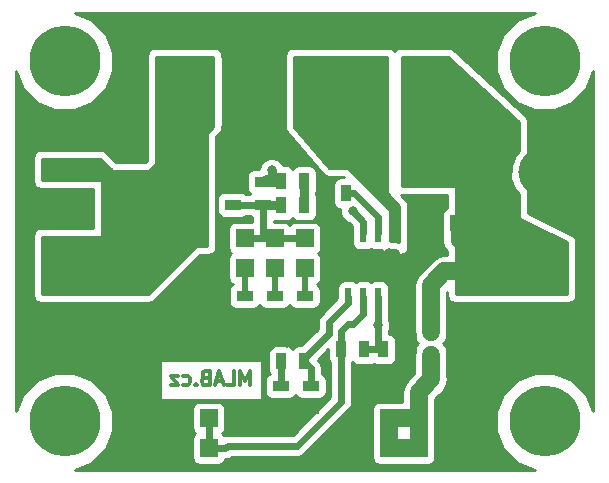
<source format=gbr>
G04 #@! TF.FileFunction,Copper,L2,Bot,Signal*
%FSLAX46Y46*%
G04 Gerber Fmt 4.6, Leading zero omitted, Abs format (unit mm)*
G04 Created by KiCad (PCBNEW (2016-09-17 revision 679eef1)-makepkg) date 09/26/16 15:43:46*
%MOMM*%
%LPD*%
G01*
G04 APERTURE LIST*
%ADD10C,0.500000*%
%ADD11C,0.300000*%
%ADD12R,3.300000X2.410000*%
%ADD13R,0.600000X1.550000*%
%ADD14R,1.397000X0.889000*%
%ADD15R,0.889000X1.397000*%
%ADD16R,3.810000X3.810000*%
%ADD17C,6.000000*%
%ADD18R,3.000000X5.500000*%
%ADD19R,1.524000X1.524000*%
%ADD20R,2.499360X2.301240*%
%ADD21R,1.800860X2.499360*%
%ADD22R,2.700020X2.550160*%
%ADD23R,2.550160X2.700020*%
%ADD24R,4.000000X4.000000*%
%ADD25C,4.000000*%
%ADD26C,0.800000*%
%ADD27C,0.600000*%
%ADD28C,0.800000*%
%ADD29C,1.500000*%
%ADD30C,0.254000*%
G04 APERTURE END LIST*
D10*
D11*
X20760914Y8143942D02*
X20760914Y9343942D01*
X20360914Y8486800D01*
X19960914Y9343942D01*
X19960914Y8143942D01*
X18818057Y8143942D02*
X19389485Y8143942D01*
X19389485Y9343942D01*
X18475200Y8486800D02*
X17903771Y8486800D01*
X18589485Y8143942D02*
X18189485Y9343942D01*
X17789485Y8143942D01*
X16989485Y8772514D02*
X16818057Y8715371D01*
X16760914Y8658228D01*
X16703771Y8543942D01*
X16703771Y8372514D01*
X16760914Y8258228D01*
X16818057Y8201085D01*
X16932342Y8143942D01*
X17389485Y8143942D01*
X17389485Y9343942D01*
X16989485Y9343942D01*
X16875200Y9286800D01*
X16818057Y9229657D01*
X16760914Y9115371D01*
X16760914Y9001085D01*
X16818057Y8886800D01*
X16875200Y8829657D01*
X16989485Y8772514D01*
X17389485Y8772514D01*
X16189485Y8258228D02*
X16132342Y8201085D01*
X16189485Y8143942D01*
X16246628Y8201085D01*
X16189485Y8258228D01*
X16189485Y8143942D01*
X15103771Y8201085D02*
X15218057Y8143942D01*
X15446628Y8143942D01*
X15560914Y8201085D01*
X15618057Y8258228D01*
X15675200Y8372514D01*
X15675200Y8715371D01*
X15618057Y8829657D01*
X15560914Y8886800D01*
X15446628Y8943942D01*
X15218057Y8943942D01*
X15103771Y8886800D01*
X14703771Y8943942D02*
X14075200Y8943942D01*
X14703771Y8143942D01*
X14075200Y8143942D01*
D12*
X30988000Y18288000D03*
D13*
X32893000Y15588000D03*
X31623000Y15588000D03*
X30353000Y15588000D03*
X29083000Y15588000D03*
X29083000Y20988000D03*
X30353000Y20988000D03*
X31623000Y20988000D03*
X32893000Y20988000D03*
D14*
X25400000Y15684500D03*
X25400000Y13779500D03*
X20320000Y15684500D03*
X20320000Y13779500D03*
X22860000Y15684500D03*
X22860000Y13779500D03*
D15*
X25336500Y23368000D03*
X23431500Y23368000D03*
X30416500Y11176000D03*
X28511500Y11176000D03*
X25336500Y10160000D03*
X23431500Y10160000D03*
D16*
X45640000Y12700000D03*
X40640000Y12700000D03*
X45640000Y17780000D03*
X40640000Y17780000D03*
X5160000Y12700000D03*
X10160000Y12700000D03*
X5160000Y17780000D03*
X10160000Y17780000D03*
D17*
X5080000Y5080000D03*
X45720000Y35560000D03*
X5080000Y35560000D03*
X45720000Y5080000D03*
D18*
X16336000Y33020000D03*
X26336000Y33020000D03*
D19*
X6350000Y23876000D03*
X3810000Y23876000D03*
X6350000Y26416000D03*
X3810000Y26416000D03*
X14732000Y2794000D03*
X14732000Y5334000D03*
X32512000Y5334000D03*
X32512000Y2794000D03*
X35052000Y5334000D03*
X35052000Y2794000D03*
X37592000Y5334000D03*
X37592000Y2794000D03*
X25400000Y20574000D03*
X25400000Y18034000D03*
X20320000Y20574000D03*
X20320000Y18034000D03*
X22860000Y20574000D03*
X22860000Y18034000D03*
X6350000Y28956000D03*
X3810000Y28956000D03*
X17272000Y2794000D03*
X17272000Y5334000D03*
X29972000Y5334000D03*
X29972000Y2794000D03*
D20*
X30871160Y27940000D03*
X35168840Y27940000D03*
X30871160Y34544000D03*
X35168840Y34544000D03*
D21*
X11176000Y28922980D03*
X11176000Y24925020D03*
D14*
X19304000Y23431500D03*
X19304000Y25336500D03*
D15*
X38100000Y21844000D03*
X36195000Y21844000D03*
D14*
X21844000Y25336500D03*
X21844000Y23431500D03*
D15*
X28892500Y24384000D03*
X26987500Y24384000D03*
D14*
X25908000Y8064500D03*
X25908000Y6159500D03*
X23368000Y8064500D03*
X23368000Y6159500D03*
D15*
X32067500Y11176000D03*
X33972500Y11176000D03*
X13144500Y32004000D03*
X11239500Y32004000D03*
X13144500Y34544000D03*
X11239500Y34544000D03*
D22*
X15748000Y15621000D03*
X15748000Y21971000D03*
D23*
X48387000Y28956000D03*
X42037000Y28956000D03*
X48387000Y23368000D03*
X42037000Y23368000D03*
D15*
X36131500Y8636000D03*
X38036500Y8636000D03*
D14*
X36068000Y12636500D03*
X36068000Y10731500D03*
D24*
X40466000Y26162000D03*
D25*
X45466000Y26162000D03*
D15*
X23431500Y25400000D03*
X25336500Y25400000D03*
D26*
X23114000Y29972000D03*
X21844000Y29463984D03*
X21082000Y28702000D03*
X19812000Y28448000D03*
X19812000Y26924000D03*
X20827996Y26924000D03*
X21590000Y27685999D03*
X22606000Y28448000D03*
X23876000Y28955984D03*
X26907343Y25665197D03*
X26924000Y24434800D03*
X46024800Y23672800D03*
X48869600Y31496000D03*
X46177200Y30480000D03*
X48387000Y28956000D03*
X45720000Y28498800D03*
X47498000Y26619200D03*
X48920400Y26263600D03*
X48387000Y23368000D03*
X48818800Y21082000D03*
X49072800Y18389600D03*
X11379200Y8128000D03*
X12700000Y8178800D03*
X12801600Y9550402D03*
X11684000Y9702798D03*
X20828000Y5969000D03*
X19812000Y4699000D03*
X22098000Y4572000D03*
X24003000Y4699000D03*
X21209000Y1397000D03*
X27559000Y2159000D03*
X26289006Y1778000D03*
X24765000Y1397000D03*
X23241000Y1397000D03*
X19558000Y1397000D03*
X28702000Y4445000D03*
X32512000Y7112000D03*
X10160000Y8128000D03*
X8636000Y8128000D03*
X9652000Y6096000D03*
X9652000Y3556000D03*
X9144000Y1524000D03*
X18288000Y21844000D03*
X18288000Y20828000D03*
X18288000Y19304000D03*
X17272000Y18288000D03*
X18288000Y17272000D03*
X18288000Y28448000D03*
X18796000Y26924000D03*
X38100000Y1524000D03*
X39116000Y2540000D03*
X39116000Y4064000D03*
X39116000Y5588000D03*
X27940000Y3556000D03*
X39116000Y36576000D03*
X37592000Y37592000D03*
X36068000Y37592000D03*
X34036000Y37592000D03*
X32512000Y37592000D03*
X30988000Y37592000D03*
X29464000Y37592000D03*
X27940000Y37592000D03*
X26416000Y37592000D03*
X24892000Y37592000D03*
X23368000Y37592000D03*
X21844000Y37592000D03*
X20320000Y37592000D03*
X18288000Y37592000D03*
X16256000Y37592000D03*
X14224000Y37592000D03*
X11176000Y37592000D03*
X9652000Y34544000D03*
X9144000Y32512000D03*
X7620000Y30988000D03*
X5588000Y30988000D03*
X3556000Y30988000D03*
X1524000Y30988000D03*
X1524000Y28956000D03*
X1524000Y27432000D03*
X1524000Y25908000D03*
X6096000Y22352000D03*
X4572000Y22352000D03*
X3048000Y22352000D03*
X1524000Y24384000D03*
X1524000Y22860000D03*
X1524000Y20828000D03*
X1524000Y19304000D03*
X1524000Y17780000D03*
X1524000Y16256000D03*
X31496000Y7112000D03*
X32004000Y9144000D03*
X29972000Y9144000D03*
X29972000Y7112000D03*
X38100000Y14732000D03*
X38100000Y13716000D03*
X38100000Y12192000D03*
X38100000Y11176000D03*
X38100000Y10160000D03*
X39116000Y10160000D03*
X40640000Y9652000D03*
X41656000Y9652000D03*
X43180000Y9652000D03*
X44704000Y9652000D03*
X46228000Y9652000D03*
X47752000Y9652000D03*
X48768000Y10160000D03*
X48768000Y11684000D03*
X48768000Y13208000D03*
X48768000Y14732000D03*
X23876000Y11684000D03*
X21844000Y11684000D03*
X20320000Y11684000D03*
X18796000Y11684000D03*
X17780000Y12700000D03*
X16256000Y12700000D03*
X14732000Y12700000D03*
X13208000Y14224000D03*
X13208000Y12700000D03*
X13208000Y11684000D03*
X13208000Y10668000D03*
X10668000Y9652000D03*
X9144000Y9652000D03*
X7620000Y9652000D03*
X6096000Y9652000D03*
X4572000Y9652000D03*
X3048000Y9652000D03*
X2032000Y10668000D03*
X2032000Y11684000D03*
X2032000Y12700000D03*
X2032000Y13716000D03*
X27432000Y16002000D03*
X27432000Y17272000D03*
X27432000Y18796000D03*
X27432000Y20320000D03*
X33020000Y13208000D03*
X34036000Y12700000D03*
X34036000Y13716000D03*
X34036000Y14732000D03*
X34036000Y15748000D03*
X34036000Y16764000D03*
X33528000Y18288000D03*
X35052000Y17780000D03*
X35560000Y18796000D03*
X36068000Y20320000D03*
X36576000Y23876000D03*
X35560000Y23876000D03*
X34544000Y23368000D03*
X34544000Y22352000D03*
X34544000Y21336000D03*
X34544000Y20320000D03*
X34544000Y19304000D03*
X32512000Y17272000D03*
X32512000Y19304000D03*
X29464000Y17272000D03*
X29464000Y19304000D03*
X30988000Y18288000D03*
X15240000Y19558000D03*
X31623000Y13208000D03*
X29464000Y22860000D03*
X22606000Y26331987D03*
X34290000Y25654000D03*
D27*
X22714001Y29572001D02*
X23114000Y29972000D01*
X22606000Y29464000D02*
X22714001Y29572001D01*
X22606000Y28448000D02*
X22606000Y29464000D01*
X21843984Y29463984D02*
X21844000Y29463984D01*
X21082000Y28702000D02*
X21843984Y29463984D01*
X19304000Y28448000D02*
X19812000Y28448000D01*
X18288000Y28448000D02*
X19304000Y28448000D01*
X19812000Y27489685D02*
X19812000Y26924000D01*
X20154314Y27831999D02*
X19812000Y27489685D01*
X20174001Y27831999D02*
X20154314Y27831999D01*
X20174001Y27577995D02*
X20427997Y27323999D01*
X20174001Y27831999D02*
X20174001Y27577995D01*
X19304000Y28448000D02*
X19558000Y28448000D01*
X19558000Y28448000D02*
X20174001Y27831999D01*
X20427997Y27323999D02*
X20827996Y26924000D01*
X21843999Y27685999D02*
X21590000Y27685999D01*
X22606000Y28448000D02*
X21843999Y27685999D01*
X23005999Y28847999D02*
X22606000Y28448000D01*
X23113984Y28955984D02*
X23005999Y28847999D01*
X23876000Y28955984D02*
X23113984Y28955984D01*
X26974800Y24384000D02*
X26924000Y24434800D01*
X26987500Y24384000D02*
X26974800Y24384000D01*
D11*
X46329600Y23672800D02*
X46024800Y23672800D01*
X48920400Y26263600D02*
X46329600Y23672800D01*
X46177200Y30480000D02*
X47853600Y30480000D01*
X47853600Y30480000D02*
X48869600Y31496000D01*
X47498000Y26619200D02*
X47498000Y26720800D01*
X47498000Y26720800D02*
X45720000Y28498800D01*
X48818800Y21082000D02*
X48818800Y22936200D01*
X48818800Y22936200D02*
X48387000Y23368000D01*
X48768000Y14732000D02*
X48768000Y18084800D01*
X48768000Y18084800D02*
X49072800Y18389600D01*
D27*
X11379200Y7562315D02*
X11379200Y8128000D01*
X11379200Y3759200D02*
X11379200Y7562315D01*
X9144000Y1524000D02*
X11379200Y3759200D01*
X12801600Y10116087D02*
X12801600Y9550402D01*
X12801600Y10261600D02*
X12801600Y10116087D01*
X13208000Y10668000D02*
X12801600Y10261600D01*
X11633202Y9652000D02*
X11684000Y9702798D01*
X10668000Y9652000D02*
X11633202Y9652000D01*
D10*
X20828000Y5969000D02*
X20701000Y5842000D01*
X20701000Y5842000D02*
X20320000Y5842000D01*
X22098000Y4572000D02*
X19939000Y4572000D01*
X19939000Y4572000D02*
X19812000Y4699000D01*
X25908000Y6159500D02*
X25463500Y6159500D01*
X25463500Y6159500D02*
X24003000Y4699000D01*
D27*
X23241000Y1397000D02*
X21209000Y1397000D01*
X27831999Y2431999D02*
X27559000Y2159000D01*
X28194002Y2794000D02*
X27832001Y2431999D01*
X29972000Y2794000D02*
X28194002Y2794000D01*
X27940000Y2539998D02*
X27832001Y2431999D01*
X27832001Y2431999D02*
X27831999Y2431999D01*
X27940000Y3556000D02*
X27940000Y2539998D01*
X25908006Y1397000D02*
X26289006Y1778000D01*
X24765000Y1397000D02*
X25908006Y1397000D01*
X32258000Y8001000D02*
X29101999Y4844999D01*
X29101999Y4844999D02*
X28702000Y4445000D01*
X32512000Y7112000D02*
X32258000Y8001000D01*
X8636000Y8128000D02*
X10160000Y8128000D01*
X9652000Y3556000D02*
X9652000Y6096000D01*
X18288000Y20828000D02*
X18288000Y21844000D01*
X17272000Y18288000D02*
X18288000Y19304000D01*
X17780000Y12700000D02*
X17780000Y16764000D01*
X17780000Y16764000D02*
X18288000Y17272000D01*
X19304000Y25336500D02*
X19304000Y26416000D01*
X19304000Y26416000D02*
X18796000Y26924000D01*
X39116000Y2540000D02*
X38100000Y1524000D01*
X39116000Y5588000D02*
X39116000Y4064000D01*
X37592000Y37592000D02*
X38100000Y37592000D01*
X38100000Y37592000D02*
X39116000Y36576000D01*
X34036000Y37592000D02*
X36068000Y37592000D01*
X30988000Y37592000D02*
X32512000Y37592000D01*
X27940000Y37592000D02*
X29464000Y37592000D01*
X24892000Y37592000D02*
X26416000Y37592000D01*
X21844000Y37592000D02*
X23368000Y37592000D01*
X18288000Y37592000D02*
X20320000Y37592000D01*
X14224000Y37592000D02*
X16256000Y37592000D01*
X9652000Y34544000D02*
X9652000Y36068000D01*
X9652000Y36068000D02*
X11176000Y37592000D01*
X11239500Y34544000D02*
X11176000Y34544000D01*
X11176000Y34544000D02*
X9144000Y32512000D01*
X3556000Y30988000D02*
X5588000Y30988000D01*
X1524000Y28956000D02*
X1524000Y30988000D01*
X1524000Y25908000D02*
X1524000Y27432000D01*
X4572000Y22352000D02*
X6096000Y22352000D01*
X1524000Y24384000D02*
X1524000Y23876000D01*
X1524000Y23876000D02*
X3048000Y22352000D01*
X1524000Y20828000D02*
X1524000Y22860000D01*
X1524000Y17780000D02*
X1524000Y19304000D01*
X2032000Y13716000D02*
X2032000Y15748000D01*
X2032000Y15748000D02*
X1524000Y16256000D01*
X29972000Y9144000D02*
X32004000Y9144000D01*
X29972000Y5334000D02*
X29972000Y7112000D01*
X38100000Y13716000D02*
X38100000Y14732000D01*
X38100000Y11176000D02*
X38100000Y12192000D01*
X39116000Y10160000D02*
X38100000Y10160000D01*
X41656000Y9652000D02*
X40640000Y9652000D01*
X44704000Y9652000D02*
X43180000Y9652000D01*
X47752000Y9652000D02*
X46228000Y9652000D01*
X48768000Y11684000D02*
X48768000Y10160000D01*
X48768000Y14732000D02*
X48768000Y13208000D01*
X21844000Y11684000D02*
X23876000Y11684000D01*
X18796000Y11684000D02*
X20320000Y11684000D01*
X16256000Y12700000D02*
X17780000Y12700000D01*
X13208000Y14224000D02*
X14732000Y12700000D01*
X13208000Y11684000D02*
X13208000Y12700000D01*
X7620000Y9652000D02*
X9144000Y9652000D01*
X4572000Y9652000D02*
X6096000Y9652000D01*
X2032000Y10668000D02*
X3048000Y9652000D01*
X2032000Y12700000D02*
X2032000Y11684000D01*
X5160000Y12700000D02*
X3048000Y12700000D01*
X3048000Y12700000D02*
X2032000Y13716000D01*
X27432000Y18796000D02*
X27432000Y17272000D01*
X29464000Y19304000D02*
X28448000Y19304000D01*
X28448000Y19304000D02*
X27432000Y20320000D01*
X34036000Y13716000D02*
X34036000Y12700000D01*
X34036000Y15748000D02*
X34036000Y14732000D01*
X33528000Y18288000D02*
X33528000Y17272000D01*
X33528000Y17272000D02*
X34036000Y16764000D01*
X35560000Y18796000D02*
X35560000Y18288000D01*
X35560000Y18288000D02*
X35052000Y17780000D01*
X36576000Y23876000D02*
X36576000Y20828000D01*
X36576000Y20828000D02*
X36068000Y20320000D01*
X34544000Y23368000D02*
X35052000Y23368000D01*
X35052000Y23368000D02*
X35560000Y23876000D01*
X34544000Y21336000D02*
X34544000Y22352000D01*
X34544000Y19304000D02*
X34544000Y20320000D01*
D28*
X33020000Y19304000D02*
X32512000Y19304000D01*
D27*
X30988000Y18288000D02*
X31496000Y18288000D01*
X31496000Y18288000D02*
X32512000Y19304000D01*
X30988000Y18288000D02*
X30480000Y18288000D01*
X30480000Y18288000D02*
X29464000Y19304000D01*
D28*
X32893000Y15588000D02*
X32893000Y17145000D01*
X32893000Y17145000D02*
X33020000Y17272000D01*
X15410080Y19558000D02*
X15240000Y19558000D01*
X15748000Y19895920D02*
X15410080Y19558000D01*
X15748000Y21971000D02*
X15748000Y19895920D01*
D27*
X31623000Y15588000D02*
X31623000Y13208000D01*
X31623000Y13208000D02*
X31623000Y11620500D01*
X31623000Y11620500D02*
X32067500Y11176000D01*
X30416500Y11176000D02*
X32067500Y11176000D01*
X23431500Y10160000D02*
X23431500Y8128000D01*
X23431500Y8128000D02*
X23368000Y8064500D01*
X25908000Y8064500D02*
X25908000Y9588500D01*
X25908000Y9588500D02*
X25336500Y10160000D01*
X27432000Y12509500D02*
X25336500Y10414000D01*
X29083000Y15588000D02*
X29083000Y15113000D01*
X29083000Y15113000D02*
X27432000Y13462000D01*
X27432000Y13462000D02*
X27432000Y12509500D01*
X25336500Y10414000D02*
X25336500Y10160000D01*
X29602000Y24384000D02*
X28892500Y24384000D01*
X31623000Y20988000D02*
X31623000Y22363000D01*
X31623000Y22363000D02*
X29602000Y24384000D01*
D28*
X21844000Y23431500D02*
X23368000Y23431500D01*
X23368000Y23431500D02*
X23431500Y23368000D01*
D27*
X30353000Y20988000D02*
X30353000Y21971000D01*
X30353000Y21971000D02*
X29464000Y22860000D01*
X20320000Y20574000D02*
X21844000Y20574000D01*
X21844000Y20574000D02*
X22860000Y20574000D01*
X21844000Y23431500D02*
X21844000Y20574000D01*
X22860000Y20574000D02*
X25400000Y20574000D01*
X19304000Y23431500D02*
X21844000Y23431500D01*
X28511500Y11176000D02*
X28511500Y6750502D01*
X18872001Y3032001D02*
X18634000Y2794000D01*
X28511500Y6750502D02*
X24792999Y3032001D01*
X24792999Y3032001D02*
X18872001Y3032001D01*
X18634000Y2794000D02*
X17272000Y2794000D01*
X17272000Y2794000D02*
X17272000Y5334000D01*
X29072000Y13324000D02*
X28511500Y12763500D01*
X28511500Y12763500D02*
X28511500Y11176000D01*
X29464000Y13324000D02*
X29072000Y13324000D01*
X30353000Y15588000D02*
X30353000Y14213000D01*
X30353000Y14213000D02*
X29464000Y13324000D01*
D10*
X22860000Y18034000D02*
X22860000Y15684500D01*
X20320000Y18034000D02*
X20320000Y15684500D01*
X25400000Y18034000D02*
X25400000Y15684500D01*
D28*
X22606000Y25336500D02*
X22606000Y26331987D01*
X21844000Y25336500D02*
X22606000Y25336500D01*
X22606000Y25336500D02*
X23368000Y25336500D01*
X35168840Y27940000D02*
X35168840Y26532840D01*
X35168840Y26532840D02*
X34290000Y25654000D01*
X23368000Y25336500D02*
X23431500Y25400000D01*
X22098000Y25590500D02*
X21844000Y25336500D01*
D29*
X40640000Y17780000D02*
X37235000Y17780000D01*
X37235000Y17780000D02*
X36068000Y16613000D01*
X36068000Y16613000D02*
X36068000Y14581000D01*
X36068000Y14581000D02*
X36068000Y12636500D01*
D28*
X38100000Y21844000D02*
X38100000Y20320000D01*
X38100000Y20320000D02*
X40640000Y17780000D01*
D29*
X36131500Y8636000D02*
X35052000Y7556500D01*
X35052000Y7556500D02*
X35052000Y5334000D01*
X36068000Y10731500D02*
X36068000Y8699500D01*
X36068000Y8699500D02*
X36131500Y8636000D01*
X32512000Y2794000D02*
X32512000Y5334000D01*
X32512000Y2794000D02*
X35052000Y2794000D01*
X35052000Y5334000D02*
X32512000Y5334000D01*
X35052000Y5334000D02*
X35052000Y2794000D01*
D28*
X25336500Y25400000D02*
X25336500Y23368000D01*
D30*
G36*
X17653000Y30024606D02*
X17182197Y29553803D01*
X17154667Y29512601D01*
X17145000Y29464000D01*
X17145000Y19939000D01*
X16256000Y19939000D01*
X16207399Y19929333D01*
X16166197Y19901803D01*
X12139394Y15875000D01*
X3175000Y15875000D01*
X3175000Y20701000D01*
X8128000Y20701000D01*
X8176601Y20710667D01*
X8217803Y20738197D01*
X8245333Y20779399D01*
X8255000Y20828000D01*
X8255000Y25400000D01*
X8245333Y25448601D01*
X8217803Y25489803D01*
X8176601Y25517333D01*
X8128000Y25527000D01*
X3175000Y25527000D01*
X3175000Y27305000D01*
X8075394Y27305000D01*
X9054197Y26326197D01*
X9095399Y26298667D01*
X9144000Y26289000D01*
X12192000Y26289000D01*
X12240601Y26298667D01*
X12281803Y26326197D01*
X12789803Y26834197D01*
X12817333Y26875399D01*
X12827000Y26924000D01*
X12827000Y35941000D01*
X17653000Y35941000D01*
X17653000Y30024606D01*
X17653000Y30024606D01*
G37*
X17653000Y30024606D02*
X17182197Y29553803D01*
X17154667Y29512601D01*
X17145000Y29464000D01*
X17145000Y19939000D01*
X16256000Y19939000D01*
X16207399Y19929333D01*
X16166197Y19901803D01*
X12139394Y15875000D01*
X3175000Y15875000D01*
X3175000Y20701000D01*
X8128000Y20701000D01*
X8176601Y20710667D01*
X8217803Y20738197D01*
X8245333Y20779399D01*
X8255000Y20828000D01*
X8255000Y25400000D01*
X8245333Y25448601D01*
X8217803Y25489803D01*
X8176601Y25517333D01*
X8128000Y25527000D01*
X3175000Y25527000D01*
X3175000Y27305000D01*
X8075394Y27305000D01*
X9054197Y26326197D01*
X9095399Y26298667D01*
X9144000Y26289000D01*
X12192000Y26289000D01*
X12240601Y26298667D01*
X12281803Y26326197D01*
X12789803Y26834197D01*
X12817333Y26875399D01*
X12827000Y26924000D01*
X12827000Y35941000D01*
X17653000Y35941000D01*
X17653000Y30024606D01*
G36*
X43561000Y30424132D02*
X43561000Y27983528D01*
X43233458Y27656557D01*
X42831458Y26688433D01*
X42830543Y25640166D01*
X43230853Y24671342D01*
X43561000Y24340618D01*
X43561000Y22352000D01*
X43570667Y22303399D01*
X43598197Y22262197D01*
X43631204Y22238408D01*
X47625000Y20241510D01*
X47625000Y15875000D01*
X38227000Y15875000D01*
X38227000Y24892000D01*
X38217333Y24940601D01*
X38189803Y24981803D01*
X38148601Y25009333D01*
X38100000Y25019000D01*
X33655000Y25019000D01*
X33655000Y35941000D01*
X37542599Y35941000D01*
X43561000Y30424132D01*
X43561000Y30424132D01*
G37*
X43561000Y30424132D02*
X43561000Y27983528D01*
X43233458Y27656557D01*
X42831458Y26688433D01*
X42830543Y25640166D01*
X43230853Y24671342D01*
X43561000Y24340618D01*
X43561000Y22352000D01*
X43570667Y22303399D01*
X43598197Y22262197D01*
X43631204Y22238408D01*
X47625000Y20241510D01*
X47625000Y15875000D01*
X38227000Y15875000D01*
X38227000Y24892000D01*
X38217333Y24940601D01*
X38189803Y24981803D01*
X38148601Y25009333D01*
X38100000Y25019000D01*
X33655000Y25019000D01*
X33655000Y35941000D01*
X37542599Y35941000D01*
X43561000Y30424132D01*
G36*
X32385000Y24384000D02*
X32394667Y24335399D01*
X32422197Y24294197D01*
X33401000Y23315394D01*
X33401000Y20263214D01*
X33020000Y20339000D01*
X32639000Y20339000D01*
X32639000Y22860000D01*
X32629333Y22908601D01*
X32601803Y22949803D01*
X29045803Y26505803D01*
X29004601Y26533333D01*
X28956000Y26543000D01*
X27492260Y26543000D01*
X27489392Y26544191D01*
X24511000Y30018981D01*
X24511000Y35941000D01*
X32385000Y35941000D01*
X32385000Y24384000D01*
X32385000Y24384000D01*
G37*
X32385000Y24384000D02*
X32394667Y24335399D01*
X32422197Y24294197D01*
X33401000Y23315394D01*
X33401000Y20263214D01*
X33020000Y20339000D01*
X32639000Y20339000D01*
X32639000Y22860000D01*
X32629333Y22908601D01*
X32601803Y22949803D01*
X29045803Y26505803D01*
X29004601Y26533333D01*
X28956000Y26543000D01*
X27492260Y26543000D01*
X27489392Y26544191D01*
X24511000Y30018981D01*
X24511000Y35941000D01*
X32385000Y35941000D01*
X32385000Y24384000D01*
G36*
X43385296Y39060741D02*
X42223340Y37900810D01*
X41593718Y36384513D01*
X41592285Y34742690D01*
X42219259Y33225296D01*
X43379190Y32063340D01*
X44895487Y31433718D01*
X46537310Y31432285D01*
X48054704Y32059259D01*
X49216660Y33219190D01*
X49836000Y34710725D01*
X49836000Y5925662D01*
X49220741Y7414704D01*
X48060810Y8576660D01*
X46544513Y9206282D01*
X44902690Y9207715D01*
X43385296Y8580741D01*
X42223340Y7420810D01*
X41593718Y5904513D01*
X41592285Y4262690D01*
X42219259Y2745296D01*
X43379190Y1583340D01*
X44870725Y964000D01*
X5925662Y964000D01*
X7414704Y1579259D01*
X8576660Y2739190D01*
X9206282Y4255487D01*
X9207715Y5897310D01*
X9125619Y6096000D01*
X15862560Y6096000D01*
X15862560Y4572000D01*
X15911843Y4324235D01*
X16052191Y4114191D01*
X16127307Y4064000D01*
X16052191Y4013809D01*
X15911843Y3803765D01*
X15862560Y3556000D01*
X15862560Y2032000D01*
X15911843Y1784235D01*
X16052191Y1574191D01*
X16262235Y1433843D01*
X16510000Y1384560D01*
X18034000Y1384560D01*
X18281765Y1433843D01*
X18491809Y1574191D01*
X18632157Y1784235D01*
X18647565Y1861698D01*
X18991809Y1930173D01*
X19241486Y2097001D01*
X24792999Y2097001D01*
X25150808Y2168174D01*
X25454144Y2370856D01*
X29172645Y6089357D01*
X29292678Y6269000D01*
X29375327Y6392693D01*
X29407375Y6553809D01*
X29446501Y6750502D01*
X29446500Y6750507D01*
X29446500Y10068616D01*
X29464000Y10094807D01*
X29514191Y10019691D01*
X29724235Y9879343D01*
X29972000Y9830060D01*
X30861000Y9830060D01*
X31108765Y9879343D01*
X31242000Y9968368D01*
X31375235Y9879343D01*
X31623000Y9830060D01*
X32512000Y9830060D01*
X32759765Y9879343D01*
X32969809Y10019691D01*
X33110157Y10229735D01*
X33159440Y10477500D01*
X33159440Y11874500D01*
X33110157Y12122265D01*
X32969809Y12332309D01*
X32759765Y12472657D01*
X32558000Y12512790D01*
X32558000Y12760829D01*
X32657820Y13001223D01*
X32658179Y13412971D01*
X32558000Y13655424D01*
X32558000Y14750459D01*
X32570440Y14813000D01*
X32570440Y16363000D01*
X32521157Y16610765D01*
X32380809Y16820809D01*
X32170765Y16961157D01*
X31923000Y17010440D01*
X31323000Y17010440D01*
X31075235Y16961157D01*
X30988000Y16902868D01*
X30900765Y16961157D01*
X30653000Y17010440D01*
X30053000Y17010440D01*
X29805235Y16961157D01*
X29718000Y16902868D01*
X29630765Y16961157D01*
X29383000Y17010440D01*
X28783000Y17010440D01*
X28535235Y16961157D01*
X28325191Y16820809D01*
X28184843Y16610765D01*
X28135560Y16363000D01*
X28135560Y15487850D01*
X26770855Y14123145D01*
X26568173Y13819809D01*
X26497000Y13462000D01*
X26497000Y12896790D01*
X25106150Y11505940D01*
X24892000Y11505940D01*
X24644235Y11456657D01*
X24434191Y11316309D01*
X24384000Y11241193D01*
X24333809Y11316309D01*
X24123765Y11456657D01*
X23876000Y11505940D01*
X22987000Y11505940D01*
X22739235Y11456657D01*
X22529191Y11316309D01*
X22388843Y11106265D01*
X22339560Y10858500D01*
X22339560Y9461500D01*
X22388843Y9213735D01*
X22455561Y9113885D01*
X22421735Y9107157D01*
X22211691Y8966809D01*
X22071343Y8756765D01*
X22022060Y8509000D01*
X22022060Y7620000D01*
X22071343Y7372235D01*
X22211691Y7162191D01*
X22421735Y7021843D01*
X22669500Y6972560D01*
X24066500Y6972560D01*
X24314265Y7021843D01*
X24524309Y7162191D01*
X24638000Y7332340D01*
X24751691Y7162191D01*
X24961735Y7021843D01*
X25209500Y6972560D01*
X26606500Y6972560D01*
X26854265Y7021843D01*
X27064309Y7162191D01*
X27204657Y7372235D01*
X27253940Y7620000D01*
X27253940Y8509000D01*
X27204657Y8756765D01*
X27064309Y8966809D01*
X26854265Y9107157D01*
X26843000Y9109398D01*
X26843000Y9588500D01*
X26771827Y9946309D01*
X26569145Y10249645D01*
X26531790Y10287000D01*
X27419560Y11174770D01*
X27419560Y10477500D01*
X27468843Y10229735D01*
X27576500Y10068616D01*
X27576500Y7137792D01*
X24405709Y3967001D01*
X18872001Y3967001D01*
X18564019Y3905739D01*
X18491809Y4013809D01*
X18416693Y4064000D01*
X18491809Y4114191D01*
X18632157Y4324235D01*
X18681440Y4572000D01*
X18681440Y6096000D01*
X18632157Y6343765D01*
X18491809Y6553809D01*
X18281765Y6694157D01*
X18034000Y6743440D01*
X16510000Y6743440D01*
X16262235Y6694157D01*
X16052191Y6553809D01*
X15911843Y6343765D01*
X15862560Y6096000D01*
X9125619Y6096000D01*
X8580741Y7414704D01*
X7420810Y8576660D01*
X5904513Y9206282D01*
X4262690Y9207715D01*
X2745296Y8580741D01*
X1583340Y7420810D01*
X964000Y5929275D01*
X964000Y10260800D01*
X13118772Y10260800D01*
X13118772Y6890800D01*
X21831629Y6890800D01*
X21831629Y10260800D01*
X13118772Y10260800D01*
X964000Y10260800D01*
X964000Y27178000D01*
X2400560Y27178000D01*
X2400560Y25654000D01*
X2413000Y25591459D01*
X2413000Y25400000D01*
X2461336Y25156996D01*
X2598987Y24950987D01*
X2804996Y24813336D01*
X3048000Y24765000D01*
X7493000Y24765000D01*
X7493000Y21463000D01*
X3048000Y21463000D01*
X2804996Y21414664D01*
X2598987Y21277013D01*
X2461336Y21071004D01*
X2413000Y20828000D01*
X2413000Y15748000D01*
X2461336Y15504996D01*
X2598987Y15298987D01*
X2804996Y15161336D01*
X3048000Y15113000D01*
X12192000Y15113000D01*
X12435004Y15161336D01*
X12641013Y15298987D01*
X16519026Y19177000D01*
X17272000Y19177000D01*
X17515004Y19225336D01*
X17721013Y19362987D01*
X17858664Y19568996D01*
X17907000Y19812000D01*
X17907000Y23876000D01*
X17958060Y23876000D01*
X17958060Y22987000D01*
X18007343Y22739235D01*
X18147691Y22529191D01*
X18357735Y22388843D01*
X18605500Y22339560D01*
X20002500Y22339560D01*
X20250265Y22388843D01*
X20411384Y22496500D01*
X20736616Y22496500D01*
X20897735Y22388843D01*
X20909000Y22386602D01*
X20909000Y21983440D01*
X19558000Y21983440D01*
X19310235Y21934157D01*
X19100191Y21793809D01*
X18959843Y21583765D01*
X18910560Y21336000D01*
X18910560Y19812000D01*
X18959843Y19564235D01*
X19100191Y19354191D01*
X19175307Y19304000D01*
X19100191Y19253809D01*
X18959843Y19043765D01*
X18910560Y18796000D01*
X18910560Y17272000D01*
X18959843Y17024235D01*
X19100191Y16814191D01*
X19302090Y16679285D01*
X19163691Y16586809D01*
X19023343Y16376765D01*
X18974060Y16129000D01*
X18974060Y15240000D01*
X19023343Y14992235D01*
X19163691Y14782191D01*
X19373735Y14641843D01*
X19621500Y14592560D01*
X21018500Y14592560D01*
X21266265Y14641843D01*
X21476309Y14782191D01*
X21590000Y14952340D01*
X21703691Y14782191D01*
X21913735Y14641843D01*
X22161500Y14592560D01*
X23558500Y14592560D01*
X23806265Y14641843D01*
X24016309Y14782191D01*
X24130000Y14952340D01*
X24243691Y14782191D01*
X24453735Y14641843D01*
X24701500Y14592560D01*
X26098500Y14592560D01*
X26346265Y14641843D01*
X26556309Y14782191D01*
X26696657Y14992235D01*
X26745940Y15240000D01*
X26745940Y16129000D01*
X26696657Y16376765D01*
X26556309Y16586809D01*
X26417910Y16679285D01*
X26619809Y16814191D01*
X26760157Y17024235D01*
X26809440Y17272000D01*
X26809440Y18796000D01*
X26760157Y19043765D01*
X26619809Y19253809D01*
X26544693Y19304000D01*
X26619809Y19354191D01*
X26760157Y19564235D01*
X26809440Y19812000D01*
X26809440Y21336000D01*
X26760157Y21583765D01*
X26619809Y21793809D01*
X26409765Y21934157D01*
X26162000Y21983440D01*
X24638000Y21983440D01*
X24390235Y21934157D01*
X24180191Y21793809D01*
X24130000Y21718693D01*
X24079809Y21793809D01*
X23869765Y21934157D01*
X23622000Y21983440D01*
X22779000Y21983440D01*
X22779000Y22063433D01*
X22987000Y22022060D01*
X23876000Y22022060D01*
X24123765Y22071343D01*
X24333809Y22211691D01*
X24384000Y22286807D01*
X24434191Y22211691D01*
X24644235Y22071343D01*
X24892000Y22022060D01*
X25781000Y22022060D01*
X26028765Y22071343D01*
X26238809Y22211691D01*
X26379157Y22421735D01*
X26428440Y22669500D01*
X26428440Y24066500D01*
X26379157Y24314265D01*
X26371500Y24325724D01*
X26371500Y24442276D01*
X26379157Y24453735D01*
X26428440Y24701500D01*
X26428440Y26098500D01*
X26379157Y26346265D01*
X26238809Y26556309D01*
X26028765Y26696657D01*
X25781000Y26745940D01*
X24892000Y26745940D01*
X24644235Y26696657D01*
X24434191Y26556309D01*
X24384000Y26481193D01*
X24333809Y26556309D01*
X24123765Y26696657D01*
X23876000Y26745940D01*
X23554830Y26745940D01*
X23483942Y26917502D01*
X23193046Y27208906D01*
X22812777Y27366807D01*
X22401029Y27367166D01*
X22020485Y27209929D01*
X21729081Y26919033D01*
X21571180Y26538764D01*
X21571111Y26459310D01*
X21524911Y26428440D01*
X21145500Y26428440D01*
X20897735Y26379157D01*
X20687691Y26238809D01*
X20547343Y26028765D01*
X20498060Y25781000D01*
X20498060Y24892000D01*
X20547343Y24644235D01*
X20687691Y24434191D01*
X20762807Y24384000D01*
X20736616Y24366500D01*
X20411384Y24366500D01*
X20250265Y24474157D01*
X20002500Y24523440D01*
X18605500Y24523440D01*
X18357735Y24474157D01*
X18147691Y24333809D01*
X18007343Y24123765D01*
X17958060Y23876000D01*
X17907000Y23876000D01*
X17907000Y29200974D01*
X18229013Y29522987D01*
X18366664Y29728996D01*
X18415000Y29972000D01*
X18415000Y29993565D01*
X18434157Y30022235D01*
X18483440Y30270000D01*
X18483440Y35770000D01*
X18434157Y36017765D01*
X18415000Y36046435D01*
X18415000Y36068000D01*
X23749000Y36068000D01*
X23749000Y29972000D01*
X23780427Y29774707D01*
X23901872Y29558747D01*
X26949872Y26002747D01*
X27188996Y25829336D01*
X27432000Y25781000D01*
X28692974Y25781000D01*
X28744034Y25729940D01*
X28448000Y25729940D01*
X28200235Y25680657D01*
X27990191Y25540309D01*
X27849843Y25330265D01*
X27800560Y25082500D01*
X27800560Y23685500D01*
X27849843Y23437735D01*
X27990191Y23227691D01*
X28200235Y23087343D01*
X28429158Y23041808D01*
X28428821Y22655029D01*
X28586058Y22274485D01*
X28876954Y21983081D01*
X29119231Y21882479D01*
X29405560Y21596150D01*
X29405560Y20213000D01*
X29454843Y19965235D01*
X29595191Y19755191D01*
X29805235Y19614843D01*
X30053000Y19565560D01*
X30653000Y19565560D01*
X30900765Y19614843D01*
X30988000Y19673132D01*
X31075235Y19614843D01*
X31323000Y19565560D01*
X31923000Y19565560D01*
X31927088Y19566373D01*
X32062987Y19362987D01*
X32268996Y19225336D01*
X32512000Y19177000D01*
X33528000Y19177000D01*
X33771004Y19225336D01*
X33977013Y19362987D01*
X34114664Y19568996D01*
X34163000Y19812000D01*
X34163000Y23368000D01*
X34114664Y23611004D01*
X33977013Y23817013D01*
X33537026Y24257000D01*
X37465000Y24257000D01*
X37465000Y23152048D01*
X37407735Y23140657D01*
X37197691Y23000309D01*
X37057343Y22790265D01*
X37008060Y22542500D01*
X37008060Y21145500D01*
X37057343Y20897735D01*
X37065000Y20886276D01*
X37065000Y20320005D01*
X37064999Y20320000D01*
X37143785Y19923923D01*
X37368144Y19588144D01*
X37465000Y19491288D01*
X37465000Y19165000D01*
X37235000Y19165000D01*
X36704983Y19059573D01*
X36525588Y18939705D01*
X36255657Y18759343D01*
X35088657Y17592343D01*
X34788427Y17143017D01*
X34683000Y16613000D01*
X34683000Y12636500D01*
X34722060Y12440132D01*
X34722060Y12192000D01*
X34771343Y11944235D01*
X34911691Y11734191D01*
X34986807Y11684000D01*
X34911691Y11633809D01*
X34771343Y11423765D01*
X34722060Y11176000D01*
X34722060Y10927868D01*
X34683000Y10731500D01*
X34683000Y9146186D01*
X34072657Y8535843D01*
X33772427Y8086517D01*
X33667000Y7556500D01*
X33667000Y6719000D01*
X33396869Y6719000D01*
X33274000Y6743440D01*
X31750000Y6743440D01*
X31502235Y6694157D01*
X31292191Y6553809D01*
X31151843Y6343765D01*
X31102560Y6096000D01*
X31102560Y4572000D01*
X31127000Y4449131D01*
X31127000Y3678869D01*
X31102560Y3556000D01*
X31102560Y2032000D01*
X31151843Y1784235D01*
X31292191Y1574191D01*
X31502235Y1433843D01*
X31750000Y1384560D01*
X33274000Y1384560D01*
X33396869Y1409000D01*
X34167131Y1409000D01*
X34290000Y1384560D01*
X35814000Y1384560D01*
X36061765Y1433843D01*
X36271809Y1574191D01*
X36412157Y1784235D01*
X36461440Y2032000D01*
X36461440Y3556000D01*
X36437000Y3678869D01*
X36437000Y4449131D01*
X36461440Y4572000D01*
X36461440Y6096000D01*
X36437000Y6218869D01*
X36437000Y6982814D01*
X36786021Y7331835D01*
X36823765Y7339343D01*
X37033809Y7479691D01*
X37174157Y7689735D01*
X37191626Y7777557D01*
X37411074Y8105984D01*
X37516500Y8636000D01*
X37453000Y8955238D01*
X37453000Y10731500D01*
X37413940Y10927868D01*
X37413940Y11176000D01*
X37364657Y11423765D01*
X37224309Y11633809D01*
X37149193Y11684000D01*
X37224309Y11734191D01*
X37364657Y11944235D01*
X37413940Y12192000D01*
X37413940Y12440132D01*
X37453000Y12636500D01*
X37453000Y16039314D01*
X37465000Y16051314D01*
X37465000Y15748000D01*
X37513336Y15504996D01*
X37650987Y15298987D01*
X37856996Y15161336D01*
X38100000Y15113000D01*
X47752000Y15113000D01*
X47995004Y15161336D01*
X48201013Y15298987D01*
X48338664Y15504996D01*
X48387000Y15748000D01*
X48387000Y20320000D01*
X48354414Y20520805D01*
X48231713Y20736053D01*
X48035981Y20887961D01*
X44323000Y22744452D01*
X44323000Y30480000D01*
X44263554Y30748258D01*
X44117085Y30948093D01*
X38021085Y36536093D01*
X37835004Y36654664D01*
X37592000Y36703000D01*
X33528000Y36703000D01*
X33284996Y36654664D01*
X33078987Y36517013D01*
X33020000Y36428733D01*
X32961013Y36517013D01*
X32755004Y36654664D01*
X32512000Y36703000D01*
X24384000Y36703000D01*
X24140996Y36654664D01*
X23934987Y36517013D01*
X23797336Y36311004D01*
X23749000Y36068000D01*
X18415000Y36068000D01*
X18366664Y36311004D01*
X18229013Y36517013D01*
X18023004Y36654664D01*
X17780000Y36703000D01*
X12700000Y36703000D01*
X12456996Y36654664D01*
X12250987Y36517013D01*
X12113336Y36311004D01*
X12065000Y36068000D01*
X12065000Y35305041D01*
X12052560Y35242500D01*
X12052560Y33845500D01*
X12065000Y33782959D01*
X12065000Y32765041D01*
X12052560Y32702500D01*
X12052560Y31305500D01*
X12065000Y31242959D01*
X12065000Y27187026D01*
X11928974Y27051000D01*
X9407026Y27051000D01*
X8577013Y27881013D01*
X8371004Y28018664D01*
X8128000Y28067000D01*
X3048000Y28067000D01*
X2804996Y28018664D01*
X2598987Y27881013D01*
X2461336Y27675004D01*
X2413000Y27432000D01*
X2413000Y27240541D01*
X2400560Y27178000D01*
X964000Y27178000D01*
X964000Y34714338D01*
X1579259Y33225296D01*
X2739190Y32063340D01*
X4255487Y31433718D01*
X5897310Y31432285D01*
X7414704Y32059259D01*
X8576660Y33219190D01*
X9206282Y34735487D01*
X9207715Y36377310D01*
X8580741Y37894704D01*
X7420810Y39056660D01*
X5929275Y39676000D01*
X44874338Y39676000D01*
X43385296Y39060741D01*
X43385296Y39060741D01*
G37*
X43385296Y39060741D02*
X42223340Y37900810D01*
X41593718Y36384513D01*
X41592285Y34742690D01*
X42219259Y33225296D01*
X43379190Y32063340D01*
X44895487Y31433718D01*
X46537310Y31432285D01*
X48054704Y32059259D01*
X49216660Y33219190D01*
X49836000Y34710725D01*
X49836000Y5925662D01*
X49220741Y7414704D01*
X48060810Y8576660D01*
X46544513Y9206282D01*
X44902690Y9207715D01*
X43385296Y8580741D01*
X42223340Y7420810D01*
X41593718Y5904513D01*
X41592285Y4262690D01*
X42219259Y2745296D01*
X43379190Y1583340D01*
X44870725Y964000D01*
X5925662Y964000D01*
X7414704Y1579259D01*
X8576660Y2739190D01*
X9206282Y4255487D01*
X9207715Y5897310D01*
X9125619Y6096000D01*
X15862560Y6096000D01*
X15862560Y4572000D01*
X15911843Y4324235D01*
X16052191Y4114191D01*
X16127307Y4064000D01*
X16052191Y4013809D01*
X15911843Y3803765D01*
X15862560Y3556000D01*
X15862560Y2032000D01*
X15911843Y1784235D01*
X16052191Y1574191D01*
X16262235Y1433843D01*
X16510000Y1384560D01*
X18034000Y1384560D01*
X18281765Y1433843D01*
X18491809Y1574191D01*
X18632157Y1784235D01*
X18647565Y1861698D01*
X18991809Y1930173D01*
X19241486Y2097001D01*
X24792999Y2097001D01*
X25150808Y2168174D01*
X25454144Y2370856D01*
X29172645Y6089357D01*
X29292678Y6269000D01*
X29375327Y6392693D01*
X29407375Y6553809D01*
X29446501Y6750502D01*
X29446500Y6750507D01*
X29446500Y10068616D01*
X29464000Y10094807D01*
X29514191Y10019691D01*
X29724235Y9879343D01*
X29972000Y9830060D01*
X30861000Y9830060D01*
X31108765Y9879343D01*
X31242000Y9968368D01*
X31375235Y9879343D01*
X31623000Y9830060D01*
X32512000Y9830060D01*
X32759765Y9879343D01*
X32969809Y10019691D01*
X33110157Y10229735D01*
X33159440Y10477500D01*
X33159440Y11874500D01*
X33110157Y12122265D01*
X32969809Y12332309D01*
X32759765Y12472657D01*
X32558000Y12512790D01*
X32558000Y12760829D01*
X32657820Y13001223D01*
X32658179Y13412971D01*
X32558000Y13655424D01*
X32558000Y14750459D01*
X32570440Y14813000D01*
X32570440Y16363000D01*
X32521157Y16610765D01*
X32380809Y16820809D01*
X32170765Y16961157D01*
X31923000Y17010440D01*
X31323000Y17010440D01*
X31075235Y16961157D01*
X30988000Y16902868D01*
X30900765Y16961157D01*
X30653000Y17010440D01*
X30053000Y17010440D01*
X29805235Y16961157D01*
X29718000Y16902868D01*
X29630765Y16961157D01*
X29383000Y17010440D01*
X28783000Y17010440D01*
X28535235Y16961157D01*
X28325191Y16820809D01*
X28184843Y16610765D01*
X28135560Y16363000D01*
X28135560Y15487850D01*
X26770855Y14123145D01*
X26568173Y13819809D01*
X26497000Y13462000D01*
X26497000Y12896790D01*
X25106150Y11505940D01*
X24892000Y11505940D01*
X24644235Y11456657D01*
X24434191Y11316309D01*
X24384000Y11241193D01*
X24333809Y11316309D01*
X24123765Y11456657D01*
X23876000Y11505940D01*
X22987000Y11505940D01*
X22739235Y11456657D01*
X22529191Y11316309D01*
X22388843Y11106265D01*
X22339560Y10858500D01*
X22339560Y9461500D01*
X22388843Y9213735D01*
X22455561Y9113885D01*
X22421735Y9107157D01*
X22211691Y8966809D01*
X22071343Y8756765D01*
X22022060Y8509000D01*
X22022060Y7620000D01*
X22071343Y7372235D01*
X22211691Y7162191D01*
X22421735Y7021843D01*
X22669500Y6972560D01*
X24066500Y6972560D01*
X24314265Y7021843D01*
X24524309Y7162191D01*
X24638000Y7332340D01*
X24751691Y7162191D01*
X24961735Y7021843D01*
X25209500Y6972560D01*
X26606500Y6972560D01*
X26854265Y7021843D01*
X27064309Y7162191D01*
X27204657Y7372235D01*
X27253940Y7620000D01*
X27253940Y8509000D01*
X27204657Y8756765D01*
X27064309Y8966809D01*
X26854265Y9107157D01*
X26843000Y9109398D01*
X26843000Y9588500D01*
X26771827Y9946309D01*
X26569145Y10249645D01*
X26531790Y10287000D01*
X27419560Y11174770D01*
X27419560Y10477500D01*
X27468843Y10229735D01*
X27576500Y10068616D01*
X27576500Y7137792D01*
X24405709Y3967001D01*
X18872001Y3967001D01*
X18564019Y3905739D01*
X18491809Y4013809D01*
X18416693Y4064000D01*
X18491809Y4114191D01*
X18632157Y4324235D01*
X18681440Y4572000D01*
X18681440Y6096000D01*
X18632157Y6343765D01*
X18491809Y6553809D01*
X18281765Y6694157D01*
X18034000Y6743440D01*
X16510000Y6743440D01*
X16262235Y6694157D01*
X16052191Y6553809D01*
X15911843Y6343765D01*
X15862560Y6096000D01*
X9125619Y6096000D01*
X8580741Y7414704D01*
X7420810Y8576660D01*
X5904513Y9206282D01*
X4262690Y9207715D01*
X2745296Y8580741D01*
X1583340Y7420810D01*
X964000Y5929275D01*
X964000Y10260800D01*
X13118772Y10260800D01*
X13118772Y6890800D01*
X21831629Y6890800D01*
X21831629Y10260800D01*
X13118772Y10260800D01*
X964000Y10260800D01*
X964000Y27178000D01*
X2400560Y27178000D01*
X2400560Y25654000D01*
X2413000Y25591459D01*
X2413000Y25400000D01*
X2461336Y25156996D01*
X2598987Y24950987D01*
X2804996Y24813336D01*
X3048000Y24765000D01*
X7493000Y24765000D01*
X7493000Y21463000D01*
X3048000Y21463000D01*
X2804996Y21414664D01*
X2598987Y21277013D01*
X2461336Y21071004D01*
X2413000Y20828000D01*
X2413000Y15748000D01*
X2461336Y15504996D01*
X2598987Y15298987D01*
X2804996Y15161336D01*
X3048000Y15113000D01*
X12192000Y15113000D01*
X12435004Y15161336D01*
X12641013Y15298987D01*
X16519026Y19177000D01*
X17272000Y19177000D01*
X17515004Y19225336D01*
X17721013Y19362987D01*
X17858664Y19568996D01*
X17907000Y19812000D01*
X17907000Y23876000D01*
X17958060Y23876000D01*
X17958060Y22987000D01*
X18007343Y22739235D01*
X18147691Y22529191D01*
X18357735Y22388843D01*
X18605500Y22339560D01*
X20002500Y22339560D01*
X20250265Y22388843D01*
X20411384Y22496500D01*
X20736616Y22496500D01*
X20897735Y22388843D01*
X20909000Y22386602D01*
X20909000Y21983440D01*
X19558000Y21983440D01*
X19310235Y21934157D01*
X19100191Y21793809D01*
X18959843Y21583765D01*
X18910560Y21336000D01*
X18910560Y19812000D01*
X18959843Y19564235D01*
X19100191Y19354191D01*
X19175307Y19304000D01*
X19100191Y19253809D01*
X18959843Y19043765D01*
X18910560Y18796000D01*
X18910560Y17272000D01*
X18959843Y17024235D01*
X19100191Y16814191D01*
X19302090Y16679285D01*
X19163691Y16586809D01*
X19023343Y16376765D01*
X18974060Y16129000D01*
X18974060Y15240000D01*
X19023343Y14992235D01*
X19163691Y14782191D01*
X19373735Y14641843D01*
X19621500Y14592560D01*
X21018500Y14592560D01*
X21266265Y14641843D01*
X21476309Y14782191D01*
X21590000Y14952340D01*
X21703691Y14782191D01*
X21913735Y14641843D01*
X22161500Y14592560D01*
X23558500Y14592560D01*
X23806265Y14641843D01*
X24016309Y14782191D01*
X24130000Y14952340D01*
X24243691Y14782191D01*
X24453735Y14641843D01*
X24701500Y14592560D01*
X26098500Y14592560D01*
X26346265Y14641843D01*
X26556309Y14782191D01*
X26696657Y14992235D01*
X26745940Y15240000D01*
X26745940Y16129000D01*
X26696657Y16376765D01*
X26556309Y16586809D01*
X26417910Y16679285D01*
X26619809Y16814191D01*
X26760157Y17024235D01*
X26809440Y17272000D01*
X26809440Y18796000D01*
X26760157Y19043765D01*
X26619809Y19253809D01*
X26544693Y19304000D01*
X26619809Y19354191D01*
X26760157Y19564235D01*
X26809440Y19812000D01*
X26809440Y21336000D01*
X26760157Y21583765D01*
X26619809Y21793809D01*
X26409765Y21934157D01*
X26162000Y21983440D01*
X24638000Y21983440D01*
X24390235Y21934157D01*
X24180191Y21793809D01*
X24130000Y21718693D01*
X24079809Y21793809D01*
X23869765Y21934157D01*
X23622000Y21983440D01*
X22779000Y21983440D01*
X22779000Y22063433D01*
X22987000Y22022060D01*
X23876000Y22022060D01*
X24123765Y22071343D01*
X24333809Y22211691D01*
X24384000Y22286807D01*
X24434191Y22211691D01*
X24644235Y22071343D01*
X24892000Y22022060D01*
X25781000Y22022060D01*
X26028765Y22071343D01*
X26238809Y22211691D01*
X26379157Y22421735D01*
X26428440Y22669500D01*
X26428440Y24066500D01*
X26379157Y24314265D01*
X26371500Y24325724D01*
X26371500Y24442276D01*
X26379157Y24453735D01*
X26428440Y24701500D01*
X26428440Y26098500D01*
X26379157Y26346265D01*
X26238809Y26556309D01*
X26028765Y26696657D01*
X25781000Y26745940D01*
X24892000Y26745940D01*
X24644235Y26696657D01*
X24434191Y26556309D01*
X24384000Y26481193D01*
X24333809Y26556309D01*
X24123765Y26696657D01*
X23876000Y26745940D01*
X23554830Y26745940D01*
X23483942Y26917502D01*
X23193046Y27208906D01*
X22812777Y27366807D01*
X22401029Y27367166D01*
X22020485Y27209929D01*
X21729081Y26919033D01*
X21571180Y26538764D01*
X21571111Y26459310D01*
X21524911Y26428440D01*
X21145500Y26428440D01*
X20897735Y26379157D01*
X20687691Y26238809D01*
X20547343Y26028765D01*
X20498060Y25781000D01*
X20498060Y24892000D01*
X20547343Y24644235D01*
X20687691Y24434191D01*
X20762807Y24384000D01*
X20736616Y24366500D01*
X20411384Y24366500D01*
X20250265Y24474157D01*
X20002500Y24523440D01*
X18605500Y24523440D01*
X18357735Y24474157D01*
X18147691Y24333809D01*
X18007343Y24123765D01*
X17958060Y23876000D01*
X17907000Y23876000D01*
X17907000Y29200974D01*
X18229013Y29522987D01*
X18366664Y29728996D01*
X18415000Y29972000D01*
X18415000Y29993565D01*
X18434157Y30022235D01*
X18483440Y30270000D01*
X18483440Y35770000D01*
X18434157Y36017765D01*
X18415000Y36046435D01*
X18415000Y36068000D01*
X23749000Y36068000D01*
X23749000Y29972000D01*
X23780427Y29774707D01*
X23901872Y29558747D01*
X26949872Y26002747D01*
X27188996Y25829336D01*
X27432000Y25781000D01*
X28692974Y25781000D01*
X28744034Y25729940D01*
X28448000Y25729940D01*
X28200235Y25680657D01*
X27990191Y25540309D01*
X27849843Y25330265D01*
X27800560Y25082500D01*
X27800560Y23685500D01*
X27849843Y23437735D01*
X27990191Y23227691D01*
X28200235Y23087343D01*
X28429158Y23041808D01*
X28428821Y22655029D01*
X28586058Y22274485D01*
X28876954Y21983081D01*
X29119231Y21882479D01*
X29405560Y21596150D01*
X29405560Y20213000D01*
X29454843Y19965235D01*
X29595191Y19755191D01*
X29805235Y19614843D01*
X30053000Y19565560D01*
X30653000Y19565560D01*
X30900765Y19614843D01*
X30988000Y19673132D01*
X31075235Y19614843D01*
X31323000Y19565560D01*
X31923000Y19565560D01*
X31927088Y19566373D01*
X32062987Y19362987D01*
X32268996Y19225336D01*
X32512000Y19177000D01*
X33528000Y19177000D01*
X33771004Y19225336D01*
X33977013Y19362987D01*
X34114664Y19568996D01*
X34163000Y19812000D01*
X34163000Y23368000D01*
X34114664Y23611004D01*
X33977013Y23817013D01*
X33537026Y24257000D01*
X37465000Y24257000D01*
X37465000Y23152048D01*
X37407735Y23140657D01*
X37197691Y23000309D01*
X37057343Y22790265D01*
X37008060Y22542500D01*
X37008060Y21145500D01*
X37057343Y20897735D01*
X37065000Y20886276D01*
X37065000Y20320005D01*
X37064999Y20320000D01*
X37143785Y19923923D01*
X37368144Y19588144D01*
X37465000Y19491288D01*
X37465000Y19165000D01*
X37235000Y19165000D01*
X36704983Y19059573D01*
X36525588Y18939705D01*
X36255657Y18759343D01*
X35088657Y17592343D01*
X34788427Y17143017D01*
X34683000Y16613000D01*
X34683000Y12636500D01*
X34722060Y12440132D01*
X34722060Y12192000D01*
X34771343Y11944235D01*
X34911691Y11734191D01*
X34986807Y11684000D01*
X34911691Y11633809D01*
X34771343Y11423765D01*
X34722060Y11176000D01*
X34722060Y10927868D01*
X34683000Y10731500D01*
X34683000Y9146186D01*
X34072657Y8535843D01*
X33772427Y8086517D01*
X33667000Y7556500D01*
X33667000Y6719000D01*
X33396869Y6719000D01*
X33274000Y6743440D01*
X31750000Y6743440D01*
X31502235Y6694157D01*
X31292191Y6553809D01*
X31151843Y6343765D01*
X31102560Y6096000D01*
X31102560Y4572000D01*
X31127000Y4449131D01*
X31127000Y3678869D01*
X31102560Y3556000D01*
X31102560Y2032000D01*
X31151843Y1784235D01*
X31292191Y1574191D01*
X31502235Y1433843D01*
X31750000Y1384560D01*
X33274000Y1384560D01*
X33396869Y1409000D01*
X34167131Y1409000D01*
X34290000Y1384560D01*
X35814000Y1384560D01*
X36061765Y1433843D01*
X36271809Y1574191D01*
X36412157Y1784235D01*
X36461440Y2032000D01*
X36461440Y3556000D01*
X36437000Y3678869D01*
X36437000Y4449131D01*
X36461440Y4572000D01*
X36461440Y6096000D01*
X36437000Y6218869D01*
X36437000Y6982814D01*
X36786021Y7331835D01*
X36823765Y7339343D01*
X37033809Y7479691D01*
X37174157Y7689735D01*
X37191626Y7777557D01*
X37411074Y8105984D01*
X37516500Y8636000D01*
X37453000Y8955238D01*
X37453000Y10731500D01*
X37413940Y10927868D01*
X37413940Y11176000D01*
X37364657Y11423765D01*
X37224309Y11633809D01*
X37149193Y11684000D01*
X37224309Y11734191D01*
X37364657Y11944235D01*
X37413940Y12192000D01*
X37413940Y12440132D01*
X37453000Y12636500D01*
X37453000Y16039314D01*
X37465000Y16051314D01*
X37465000Y15748000D01*
X37513336Y15504996D01*
X37650987Y15298987D01*
X37856996Y15161336D01*
X38100000Y15113000D01*
X47752000Y15113000D01*
X47995004Y15161336D01*
X48201013Y15298987D01*
X48338664Y15504996D01*
X48387000Y15748000D01*
X48387000Y20320000D01*
X48354414Y20520805D01*
X48231713Y20736053D01*
X48035981Y20887961D01*
X44323000Y22744452D01*
X44323000Y30480000D01*
X44263554Y30748258D01*
X44117085Y30948093D01*
X38021085Y36536093D01*
X37835004Y36654664D01*
X37592000Y36703000D01*
X33528000Y36703000D01*
X33284996Y36654664D01*
X33078987Y36517013D01*
X33020000Y36428733D01*
X32961013Y36517013D01*
X32755004Y36654664D01*
X32512000Y36703000D01*
X24384000Y36703000D01*
X24140996Y36654664D01*
X23934987Y36517013D01*
X23797336Y36311004D01*
X23749000Y36068000D01*
X18415000Y36068000D01*
X18366664Y36311004D01*
X18229013Y36517013D01*
X18023004Y36654664D01*
X17780000Y36703000D01*
X12700000Y36703000D01*
X12456996Y36654664D01*
X12250987Y36517013D01*
X12113336Y36311004D01*
X12065000Y36068000D01*
X12065000Y35305041D01*
X12052560Y35242500D01*
X12052560Y33845500D01*
X12065000Y33782959D01*
X12065000Y32765041D01*
X12052560Y32702500D01*
X12052560Y31305500D01*
X12065000Y31242959D01*
X12065000Y27187026D01*
X11928974Y27051000D01*
X9407026Y27051000D01*
X8577013Y27881013D01*
X8371004Y28018664D01*
X8128000Y28067000D01*
X3048000Y28067000D01*
X2804996Y28018664D01*
X2598987Y27881013D01*
X2461336Y27675004D01*
X2413000Y27432000D01*
X2413000Y27240541D01*
X2400560Y27178000D01*
X964000Y27178000D01*
X964000Y34714338D01*
X1579259Y33225296D01*
X2739190Y32063340D01*
X4255487Y31433718D01*
X5897310Y31432285D01*
X7414704Y32059259D01*
X8576660Y33219190D01*
X9206282Y34735487D01*
X9207715Y36377310D01*
X8580741Y37894704D01*
X7420810Y39056660D01*
X5929275Y39676000D01*
X44874338Y39676000D01*
X43385296Y39060741D01*
M02*

</source>
